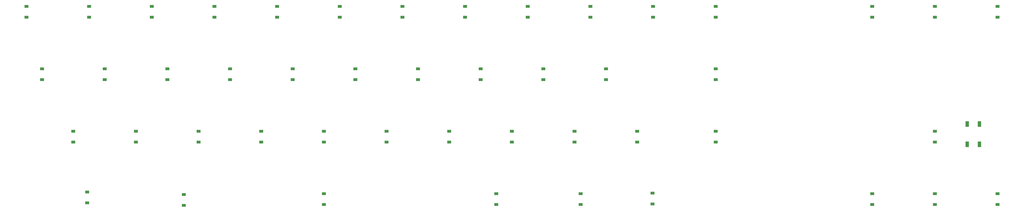
<source format=gbr>
G04 #@! TF.GenerationSoftware,KiCad,Pcbnew,(5.1.10)-1*
G04 #@! TF.CreationDate,2021-07-17T14:00:26+02:00*
G04 #@! TF.ProjectId,WheelBarrow Pro Micro,57686565-6c42-4617-9272-6f772050726f,rev?*
G04 #@! TF.SameCoordinates,Original*
G04 #@! TF.FileFunction,Paste,Bot*
G04 #@! TF.FilePolarity,Positive*
%FSLAX46Y46*%
G04 Gerber Fmt 4.6, Leading zero omitted, Abs format (unit mm)*
G04 Created by KiCad (PCBNEW (5.1.10)-1) date 2021-07-17 14:00:26*
%MOMM*%
%LPD*%
G01*
G04 APERTURE LIST*
%ADD10R,1.100000X1.800000*%
%ADD11R,1.200000X0.900000*%
G04 APERTURE END LIST*
D10*
X418393000Y-191083000D03*
X418393000Y-197283000D03*
X422093000Y-191083000D03*
X422093000Y-197283000D03*
D11*
X132350000Y-155218750D03*
X132350000Y-158518750D03*
X151400000Y-155218750D03*
X151400000Y-158518750D03*
X170450000Y-155218750D03*
X170450000Y-158518750D03*
X189500000Y-155218750D03*
X189500000Y-158518750D03*
X208550000Y-155218750D03*
X208550000Y-158518750D03*
X227600000Y-155218750D03*
X227600000Y-158518750D03*
X246650000Y-155218750D03*
X246650000Y-158518750D03*
X265700000Y-155218750D03*
X265700000Y-158518750D03*
X284750000Y-155218750D03*
X284750000Y-158518750D03*
X303800000Y-155218750D03*
X303800000Y-158518750D03*
X322850000Y-155218750D03*
X322850000Y-158518750D03*
X341900000Y-155218750D03*
X341900000Y-158518750D03*
X389525000Y-155218750D03*
X389525000Y-158518750D03*
X408575000Y-155218750D03*
X408575000Y-158518750D03*
X427625000Y-155218750D03*
X427625000Y-158518750D03*
X137112500Y-174268750D03*
X137112500Y-177568750D03*
X156162500Y-174268750D03*
X156162500Y-177568750D03*
X175212500Y-174268750D03*
X175212500Y-177568750D03*
X194262500Y-174268750D03*
X194262500Y-177568750D03*
X213312500Y-174268750D03*
X213312500Y-177568750D03*
X232362500Y-174268750D03*
X232362500Y-177568750D03*
X251412500Y-174268750D03*
X251412500Y-177568750D03*
X270462500Y-174268750D03*
X270462500Y-177568750D03*
X289512500Y-174268750D03*
X289512500Y-177568750D03*
X308562500Y-174268750D03*
X308562500Y-177568750D03*
X341900000Y-174268750D03*
X341900000Y-177568750D03*
X146637500Y-193318750D03*
X146637500Y-196618750D03*
X165687500Y-193318750D03*
X165687500Y-196618750D03*
X184737500Y-193318750D03*
X184737500Y-196618750D03*
X203787500Y-193318750D03*
X203787500Y-196618750D03*
X222837500Y-193318750D03*
X222837500Y-196618750D03*
X241887500Y-193318750D03*
X241887500Y-196618750D03*
X260937500Y-193318750D03*
X260937500Y-196618750D03*
X279987500Y-193318750D03*
X279987500Y-196618750D03*
X299037500Y-193318750D03*
X299037500Y-196618750D03*
X318087500Y-193318750D03*
X318087500Y-196618750D03*
X341900000Y-193318750D03*
X341900000Y-196618750D03*
X408575000Y-193318750D03*
X408575000Y-196618750D03*
X180181250Y-212662500D03*
X180181250Y-215962500D03*
X150812500Y-211868750D03*
X150812500Y-215168750D03*
X222837500Y-212368750D03*
X222837500Y-215668750D03*
X275225000Y-212368750D03*
X275225000Y-215668750D03*
X322707000Y-212218000D03*
X322707000Y-215518000D03*
X300831250Y-212345000D03*
X300831250Y-215645000D03*
X389525000Y-212368750D03*
X389525000Y-215668750D03*
X408575000Y-212368750D03*
X408575000Y-215668750D03*
X427625000Y-212368750D03*
X427625000Y-215668750D03*
M02*

</source>
